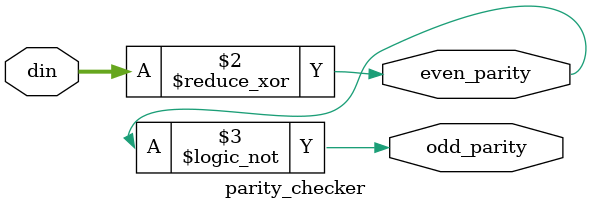
<source format=sv>
module parity_checker
#(
  parameter W = 8 // data width
)
(
  input logic [W - 1 : 0] din,
  output logic even_parity,
  output logic odd_parity
);

  always_comb begin
    even_parity = ^ din;
    odd_parity = ! even_parity;
  end
endmodule

</source>
